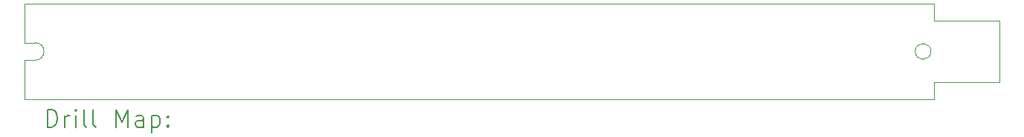
<source format=gbr>
%TF.GenerationSoftware,KiCad,Pcbnew,9.0.4-9.0.4-0~ubuntu24.04.1*%
%TF.CreationDate,2026-01-10T22:59:58+01:00*%
%TF.ProjectId,BSH_FRG_10024820,4253485f-4652-4475-9f31-303032343832,1*%
%TF.SameCoordinates,Original*%
%TF.FileFunction,Drillmap*%
%TF.FilePolarity,Positive*%
%FSLAX45Y45*%
G04 Gerber Fmt 4.5, Leading zero omitted, Abs format (unit mm)*
G04 Created by KiCad (PCBNEW 9.0.4-9.0.4-0~ubuntu24.04.1) date 2026-01-10 22:59:58*
%MOMM*%
%LPD*%
G01*
G04 APERTURE LIST*
%ADD10C,0.050000*%
%ADD11C,0.200000*%
G04 APERTURE END LIST*
D10*
X8992500Y-11250000D02*
X8992500Y-11700000D01*
X9112500Y-11050000D02*
X8992500Y-11050000D01*
X9112500Y-11250000D02*
X8992500Y-11250000D01*
X9112500Y-11050000D02*
G75*
G02*
X9112500Y-11250000I0J-100000D01*
G01*
X19342500Y-11700000D02*
X8992500Y-11700000D01*
X8992500Y-10600000D02*
X19342500Y-10600000D01*
X19312500Y-11150000D02*
G75*
G02*
X19132500Y-11150000I-90000J0D01*
G01*
X19132500Y-11150000D02*
G75*
G02*
X19312500Y-11150000I90000J0D01*
G01*
X19342500Y-11500000D02*
X19342500Y-11700000D01*
X19342500Y-10800000D02*
X19342500Y-10600000D01*
X19342500Y-10800000D02*
X20092500Y-10800000D01*
X8992500Y-11050000D02*
X8992500Y-10600000D01*
X20092500Y-10800000D02*
X20092500Y-11500000D01*
X20092500Y-11500000D02*
X19342500Y-11500000D01*
D11*
X9250777Y-12013984D02*
X9250777Y-11813984D01*
X9250777Y-11813984D02*
X9298396Y-11813984D01*
X9298396Y-11813984D02*
X9326967Y-11823508D01*
X9326967Y-11823508D02*
X9346015Y-11842555D01*
X9346015Y-11842555D02*
X9355539Y-11861603D01*
X9355539Y-11861603D02*
X9365063Y-11899698D01*
X9365063Y-11899698D02*
X9365063Y-11928269D01*
X9365063Y-11928269D02*
X9355539Y-11966365D01*
X9355539Y-11966365D02*
X9346015Y-11985412D01*
X9346015Y-11985412D02*
X9326967Y-12004460D01*
X9326967Y-12004460D02*
X9298396Y-12013984D01*
X9298396Y-12013984D02*
X9250777Y-12013984D01*
X9450777Y-12013984D02*
X9450777Y-11880650D01*
X9450777Y-11918746D02*
X9460301Y-11899698D01*
X9460301Y-11899698D02*
X9469824Y-11890174D01*
X9469824Y-11890174D02*
X9488872Y-11880650D01*
X9488872Y-11880650D02*
X9507920Y-11880650D01*
X9574586Y-12013984D02*
X9574586Y-11880650D01*
X9574586Y-11813984D02*
X9565063Y-11823508D01*
X9565063Y-11823508D02*
X9574586Y-11833031D01*
X9574586Y-11833031D02*
X9584110Y-11823508D01*
X9584110Y-11823508D02*
X9574586Y-11813984D01*
X9574586Y-11813984D02*
X9574586Y-11833031D01*
X9698396Y-12013984D02*
X9679348Y-12004460D01*
X9679348Y-12004460D02*
X9669824Y-11985412D01*
X9669824Y-11985412D02*
X9669824Y-11813984D01*
X9803158Y-12013984D02*
X9784110Y-12004460D01*
X9784110Y-12004460D02*
X9774586Y-11985412D01*
X9774586Y-11985412D02*
X9774586Y-11813984D01*
X10031729Y-12013984D02*
X10031729Y-11813984D01*
X10031729Y-11813984D02*
X10098396Y-11956841D01*
X10098396Y-11956841D02*
X10165063Y-11813984D01*
X10165063Y-11813984D02*
X10165063Y-12013984D01*
X10346015Y-12013984D02*
X10346015Y-11909222D01*
X10346015Y-11909222D02*
X10336491Y-11890174D01*
X10336491Y-11890174D02*
X10317444Y-11880650D01*
X10317444Y-11880650D02*
X10279348Y-11880650D01*
X10279348Y-11880650D02*
X10260301Y-11890174D01*
X10346015Y-12004460D02*
X10326967Y-12013984D01*
X10326967Y-12013984D02*
X10279348Y-12013984D01*
X10279348Y-12013984D02*
X10260301Y-12004460D01*
X10260301Y-12004460D02*
X10250777Y-11985412D01*
X10250777Y-11985412D02*
X10250777Y-11966365D01*
X10250777Y-11966365D02*
X10260301Y-11947317D01*
X10260301Y-11947317D02*
X10279348Y-11937793D01*
X10279348Y-11937793D02*
X10326967Y-11937793D01*
X10326967Y-11937793D02*
X10346015Y-11928269D01*
X10441253Y-11880650D02*
X10441253Y-12080650D01*
X10441253Y-11890174D02*
X10460301Y-11880650D01*
X10460301Y-11880650D02*
X10498396Y-11880650D01*
X10498396Y-11880650D02*
X10517444Y-11890174D01*
X10517444Y-11890174D02*
X10526967Y-11899698D01*
X10526967Y-11899698D02*
X10536491Y-11918746D01*
X10536491Y-11918746D02*
X10536491Y-11975888D01*
X10536491Y-11975888D02*
X10526967Y-11994936D01*
X10526967Y-11994936D02*
X10517444Y-12004460D01*
X10517444Y-12004460D02*
X10498396Y-12013984D01*
X10498396Y-12013984D02*
X10460301Y-12013984D01*
X10460301Y-12013984D02*
X10441253Y-12004460D01*
X10622205Y-11994936D02*
X10631729Y-12004460D01*
X10631729Y-12004460D02*
X10622205Y-12013984D01*
X10622205Y-12013984D02*
X10612682Y-12004460D01*
X10612682Y-12004460D02*
X10622205Y-11994936D01*
X10622205Y-11994936D02*
X10622205Y-12013984D01*
X10622205Y-11890174D02*
X10631729Y-11899698D01*
X10631729Y-11899698D02*
X10622205Y-11909222D01*
X10622205Y-11909222D02*
X10612682Y-11899698D01*
X10612682Y-11899698D02*
X10622205Y-11890174D01*
X10622205Y-11890174D02*
X10622205Y-11909222D01*
M02*

</source>
